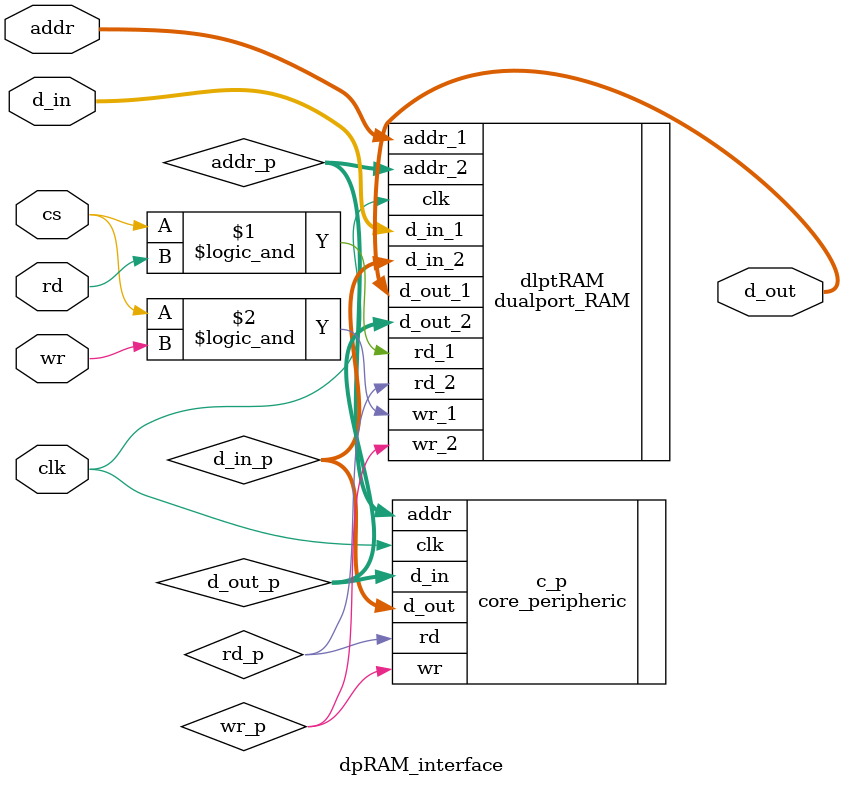
<source format=v>
module dpRAM_interface(clk, addr, d_in, d_out, cs, wr,  rd);
  
  input clk;
  input [15:0]d_in;
  input cs;
  input [7:0]addr; // 8 LSB from j1_io_addr
  input rd;
  input wr;
  output [15:0]d_out;

//------------------------------------ regs and wires-------------------------------
  wire [15:0]d_in_p;
  wire [15:0]d_out_p;
  wire [7:0]addr_p; // 8 LSB from address
  wire rd_p;
  wire wr_p;
//------------------------------------ regs and wires-------------------------------


dualport_RAM dlptRAM (.clk(clk), .d_in_1(d_in), .d_out_1(d_out), .addr_1(addr), .rd_1(cs && rd), .wr_1(cs && wr), .d_in_2(d_in_p), .d_out_2(d_out_p), .addr_2(addr_p), .rd_2(rd_p), .wr_2(wr_p) );


core_peripheric c_p ( .clk(clk), .addr(addr_p), .d_in(d_out_p), .d_out(d_in_p), .wr(wr_p),  .rd(rd_p) );


endmodule

</source>
